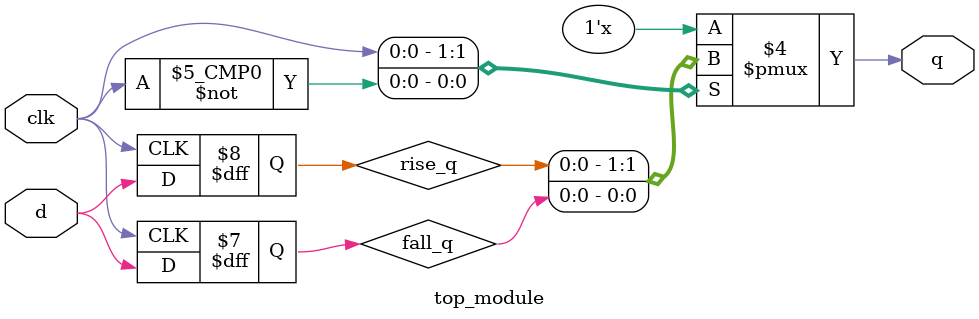
<source format=sv>
module top_module (
    input clk,
    input d,
    output q
);

wire rise_q, fall_q;

always_comb begin
    case(clk) 
        1 : q = rise_q;
        0 : q = fall_q;
    endcase
end

always_ff@(posedge clk) begin
    rise_q <= d;
end

always_ff@(negedge clk) begin
    fall_q <= d;
end

endmodule

</source>
